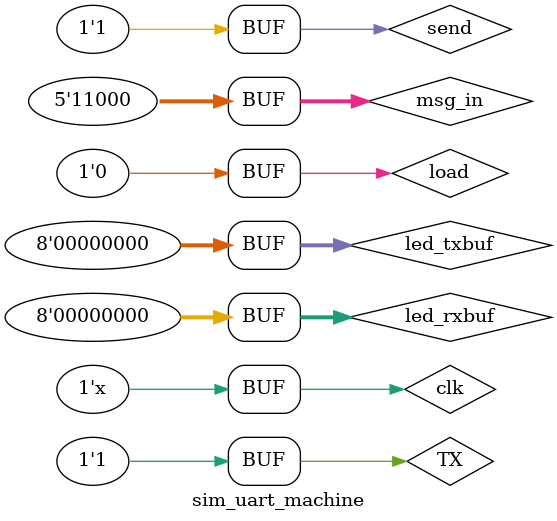
<source format=sv>
`timescale 1ns / 1ps


module sim_uart_machine();

logic clk = 0;
logic TX = 1;
logic [4:0] msg_in = 5'b10111;
logic load = 0;
logic send = 0;
logic [7:0] led_rxbuf = 0;
logic [7:0] led_txbuf = 0;

uart_machine #(.BAUD_CYCLE_COUNT(30)) dut(.clk(clk), .load(load), .send(send), .RX(TX), .msg_in(msg_in), .TX(TX)); 

always begin #5 clk = ~clk; end

initial begin
#100 load = 1;
#50 msg_in = 5'b11000;
#250 load = 0;

#200 send = 1;
end

endmodule

</source>
